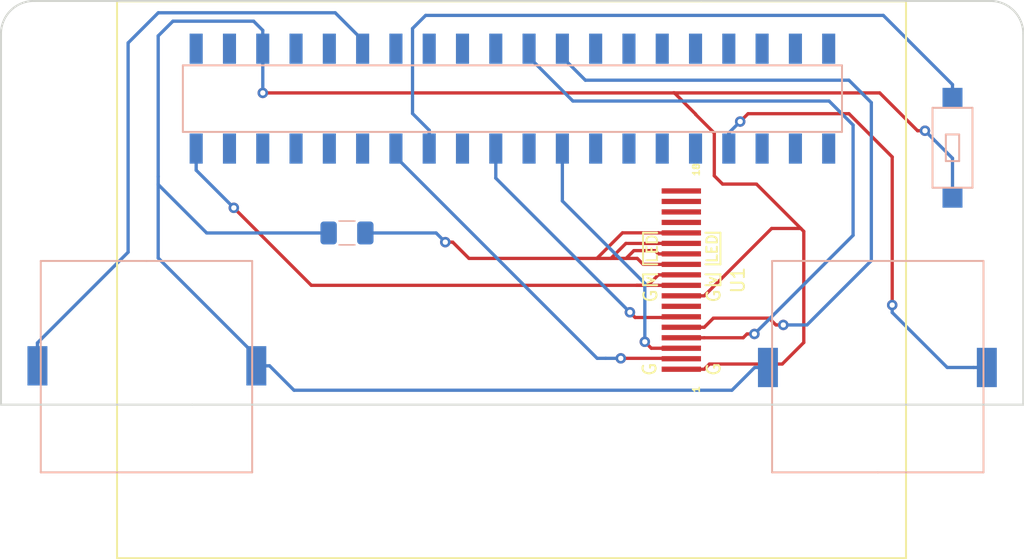
<source format=kicad_pcb>
(kicad_pcb (version 20171130) (host pcbnew 5.0.1+dfsg1-2~bpo9+1)

  (general
    (thickness 1.6)
    (drawings 7)
    (tracks 145)
    (zones 0)
    (modules 6)
    (nets 47)
  )

  (page A4)
  (layers
    (0 F.Cu signal)
    (31 B.Cu signal)
    (32 B.Adhes user)
    (33 F.Adhes user)
    (34 B.Paste user)
    (35 F.Paste user)
    (36 B.SilkS user)
    (37 F.SilkS user)
    (38 B.Mask user)
    (39 F.Mask user)
    (40 Dwgs.User user)
    (41 Cmts.User user)
    (42 Eco1.User user)
    (43 Eco2.User user)
    (44 Edge.Cuts user)
    (45 Margin user)
    (46 B.CrtYd user)
    (47 F.CrtYd user)
    (48 B.Fab user)
    (49 F.Fab user)
  )

  (setup
    (last_trace_width 0.25)
    (trace_clearance 0.2)
    (zone_clearance 0.508)
    (zone_45_only no)
    (trace_min 0.2)
    (segment_width 0.2)
    (edge_width 0.15)
    (via_size 0.8)
    (via_drill 0.4)
    (via_min_size 0.4)
    (via_min_drill 0.3)
    (uvia_size 0.3)
    (uvia_drill 0.1)
    (uvias_allowed no)
    (uvia_min_size 0.2)
    (uvia_min_drill 0.1)
    (pcb_text_width 0.3)
    (pcb_text_size 1.5 1.5)
    (mod_edge_width 0.15)
    (mod_text_size 1 1)
    (mod_text_width 0.15)
    (pad_size 1.524 1.524)
    (pad_drill 0.762)
    (pad_to_mask_clearance 0.2)
    (solder_mask_min_width 0.25)
    (aux_axis_origin 0 0)
    (visible_elements FFFFFF7F)
    (pcbplotparams
      (layerselection 0x010f0_ffffffff)
      (usegerberextensions false)
      (usegerberattributes false)
      (usegerberadvancedattributes false)
      (creategerberjobfile false)
      (excludeedgelayer true)
      (linewidth 0.100000)
      (plotframeref false)
      (viasonmask false)
      (mode 1)
      (useauxorigin false)
      (hpglpennumber 1)
      (hpglpenspeed 20)
      (hpglpendiameter 15.000000)
      (psnegative false)
      (psa4output false)
      (plotreference true)
      (plotvalue true)
      (plotinvisibletext false)
      (padsonsilk false)
      (subtractmaskfromsilk false)
      (outputformat 1)
      (mirror false)
      (drillshape 0)
      (scaleselection 1)
      (outputdirectory "gerbers/"))
  )

  (net 0 "")
  (net 1 "Net-(J1-Pad1)")
  (net 2 "Net-(J1-Pad2)")
  (net 3 "Net-(J1-Pad3)")
  (net 4 "Net-(J1-Pad4)")
  (net 5 "Net-(J1-Pad5)")
  (net 6 "Net-(J1-Pad6)")
  (net 7 "Net-(J1-Pad7)")
  (net 8 "Net-(J1-Pad8)")
  (net 9 "Net-(J1-Pad9)")
  (net 10 "Net-(J1-Pad10)")
  (net 11 "Net-(J1-Pad11)")
  (net 12 "Net-(J1-Pad12)")
  (net 13 "Net-(J1-Pad13)")
  (net 14 "Net-(J1-Pad14)")
  (net 15 "Net-(J1-Pad15)")
  (net 16 "Net-(J1-Pad16)")
  (net 17 "Net-(J1-Pad17)")
  (net 18 "Net-(J1-Pad18)")
  (net 19 "Net-(J1-Pad19)")
  (net 20 "Net-(J1-Pad20)")
  (net 21 "Net-(J1-Pad21)")
  (net 22 "Net-(J1-Pad22)")
  (net 23 "Net-(J1-Pad23)")
  (net 24 "Net-(J1-Pad24)")
  (net 25 "Net-(J1-Pad25)")
  (net 26 "Net-(J1-Pad26)")
  (net 27 "Net-(J1-Pad27)")
  (net 28 "Net-(J1-Pad28)")
  (net 29 "Net-(J1-Pad29)")
  (net 30 "Net-(J1-Pad30)")
  (net 31 "Net-(J1-Pad31)")
  (net 32 "Net-(J1-Pad32)")
  (net 33 "Net-(J1-Pad33)")
  (net 34 "Net-(J1-Pad34)")
  (net 35 "Net-(J1-Pad35)")
  (net 36 "Net-(J1-Pad36)")
  (net 37 "Net-(J1-Pad37)")
  (net 38 "Net-(J1-Pad38)")
  (net 39 "Net-(J1-Pad39)")
  (net 40 "Net-(J1-Pad40)")
  (net 41 "Net-(U1-Pad7)")
  (net 42 "Net-(U1-Pad15)")
  (net 43 "Net-(U1-Pad16)")
  (net 44 "Net-(U1-Pad17)")
  (net 45 "Net-(U1-Pad18)")
  (net 46 "Net-(R1-Pad1)")

  (net_class Default "This is the default net class."
    (clearance 0.2)
    (trace_width 0.25)
    (via_dia 0.8)
    (via_drill 0.4)
    (uvia_dia 0.3)
    (uvia_drill 0.1)
    (add_net "Net-(J1-Pad1)")
    (add_net "Net-(J1-Pad10)")
    (add_net "Net-(J1-Pad11)")
    (add_net "Net-(J1-Pad12)")
    (add_net "Net-(J1-Pad13)")
    (add_net "Net-(J1-Pad14)")
    (add_net "Net-(J1-Pad15)")
    (add_net "Net-(J1-Pad16)")
    (add_net "Net-(J1-Pad17)")
    (add_net "Net-(J1-Pad18)")
    (add_net "Net-(J1-Pad19)")
    (add_net "Net-(J1-Pad2)")
    (add_net "Net-(J1-Pad20)")
    (add_net "Net-(J1-Pad21)")
    (add_net "Net-(J1-Pad22)")
    (add_net "Net-(J1-Pad23)")
    (add_net "Net-(J1-Pad24)")
    (add_net "Net-(J1-Pad25)")
    (add_net "Net-(J1-Pad26)")
    (add_net "Net-(J1-Pad27)")
    (add_net "Net-(J1-Pad28)")
    (add_net "Net-(J1-Pad29)")
    (add_net "Net-(J1-Pad3)")
    (add_net "Net-(J1-Pad30)")
    (add_net "Net-(J1-Pad31)")
    (add_net "Net-(J1-Pad32)")
    (add_net "Net-(J1-Pad33)")
    (add_net "Net-(J1-Pad34)")
    (add_net "Net-(J1-Pad35)")
    (add_net "Net-(J1-Pad36)")
    (add_net "Net-(J1-Pad37)")
    (add_net "Net-(J1-Pad38)")
    (add_net "Net-(J1-Pad39)")
    (add_net "Net-(J1-Pad4)")
    (add_net "Net-(J1-Pad40)")
    (add_net "Net-(J1-Pad5)")
    (add_net "Net-(J1-Pad6)")
    (add_net "Net-(J1-Pad7)")
    (add_net "Net-(J1-Pad8)")
    (add_net "Net-(J1-Pad9)")
    (add_net "Net-(R1-Pad1)")
    (add_net "Net-(U1-Pad15)")
    (add_net "Net-(U1-Pad16)")
    (add_net "Net-(U1-Pad17)")
    (add_net "Net-(U1-Pad18)")
    (add_net "Net-(U1-Pad7)")
  )

  (module raspberry_pi_gpio_custom:raspberry_pi_gpio_smd_custom (layer B.Cu) (tedit 5BE31910) (tstamp 5BE1E553)
    (at 190.223121 64.55094)
    (path /5BCE2184)
    (attr smd)
    (fp_text reference J1 (at -0.254 -8.382) (layer B.SilkS) hide
      (effects (font (size 1 1) (thickness 0.15)) (justify mirror))
    )
    (fp_text value Raspberry_Pi_2_3 (at 0 10.922) (layer B.Fab) hide
      (effects (font (size 1 1) (thickness 0.15)) (justify mirror))
    )
    (fp_line (start -25.146 2.54) (end -25.146 -2.54) (layer B.SilkS) (width 0.15))
    (fp_line (start -25.146 -2.54) (end 25.146 -2.54) (layer B.SilkS) (width 0.15))
    (fp_line (start 25.146 -2.54) (end 25.146 2.54) (layer B.SilkS) (width 0.15))
    (fp_line (start 25.146 2.54) (end -25.146 2.54) (layer B.SilkS) (width 0.15))
    (pad 1 smd rect (at -24.13 3.81) (size 1 2.3) (layers B.Cu B.Paste B.Mask)
      (net 1 "Net-(J1-Pad1)"))
    (pad 2 smd rect (at -24.13 -3.81) (size 1 2.3) (layers B.Cu B.Paste B.Mask)
      (net 2 "Net-(J1-Pad2)"))
    (pad 3 smd rect (at -21.59 3.81) (size 1 2.3) (layers B.Cu B.Paste B.Mask)
      (net 3 "Net-(J1-Pad3)"))
    (pad 4 smd rect (at -21.59 -3.81) (size 1 2.3) (layers B.Cu B.Paste B.Mask)
      (net 4 "Net-(J1-Pad4)"))
    (pad 5 smd rect (at -19.05 3.81) (size 1 2.3) (layers B.Cu B.Paste B.Mask)
      (net 5 "Net-(J1-Pad5)"))
    (pad 6 smd rect (at -19.05 -3.81) (size 1 2.3) (layers B.Cu B.Paste B.Mask)
      (net 6 "Net-(J1-Pad6)"))
    (pad 7 smd rect (at -16.51 3.81) (size 1 2.3) (layers B.Cu B.Paste B.Mask)
      (net 7 "Net-(J1-Pad7)"))
    (pad 8 smd rect (at -16.51 -3.81) (size 1 2.3) (layers B.Cu B.Paste B.Mask)
      (net 8 "Net-(J1-Pad8)"))
    (pad 9 smd rect (at -13.97 3.81) (size 1 2.3) (layers B.Cu B.Paste B.Mask)
      (net 9 "Net-(J1-Pad9)"))
    (pad 10 smd rect (at -13.97 -3.81) (size 1 2.3) (layers B.Cu B.Paste B.Mask)
      (net 10 "Net-(J1-Pad10)"))
    (pad 11 smd rect (at -11.43 3.81) (size 1 2.3) (layers B.Cu B.Paste B.Mask)
      (net 11 "Net-(J1-Pad11)"))
    (pad 12 smd rect (at -11.43 -3.81) (size 1 2.3) (layers B.Cu B.Paste B.Mask)
      (net 12 "Net-(J1-Pad12)"))
    (pad 13 smd rect (at -8.89 3.81) (size 1 2.3) (layers B.Cu B.Paste B.Mask)
      (net 13 "Net-(J1-Pad13)"))
    (pad 14 smd rect (at -8.89 -3.81) (size 1 2.3) (layers B.Cu B.Paste B.Mask)
      (net 14 "Net-(J1-Pad14)"))
    (pad 15 smd rect (at -6.35 3.81) (size 1 2.3) (layers B.Cu B.Paste B.Mask)
      (net 15 "Net-(J1-Pad15)"))
    (pad 16 smd rect (at -6.35 -3.81) (size 1 2.3) (layers B.Cu B.Paste B.Mask)
      (net 16 "Net-(J1-Pad16)"))
    (pad 17 smd rect (at -3.81 3.81) (size 1 2.3) (layers B.Cu B.Paste B.Mask)
      (net 17 "Net-(J1-Pad17)"))
    (pad 18 smd rect (at -3.81 -3.81) (size 1 2.3) (layers B.Cu B.Paste B.Mask)
      (net 18 "Net-(J1-Pad18)"))
    (pad 19 smd rect (at -1.27 3.81) (size 1 2.3) (layers B.Cu B.Paste B.Mask)
      (net 19 "Net-(J1-Pad19)"))
    (pad 20 smd rect (at -1.27 -3.81) (size 1 2.3) (layers B.Cu B.Paste B.Mask)
      (net 20 "Net-(J1-Pad20)"))
    (pad 21 smd rect (at 1.27 3.81) (size 1 2.3) (layers B.Cu B.Paste B.Mask)
      (net 21 "Net-(J1-Pad21)"))
    (pad 22 smd rect (at 1.27 -3.81) (size 1 2.3) (layers B.Cu B.Paste B.Mask)
      (net 22 "Net-(J1-Pad22)"))
    (pad 23 smd rect (at 3.81 3.81) (size 1 2.3) (layers B.Cu B.Paste B.Mask)
      (net 23 "Net-(J1-Pad23)"))
    (pad 24 smd rect (at 3.81 -3.81) (size 1 2.3) (layers B.Cu B.Paste B.Mask)
      (net 24 "Net-(J1-Pad24)"))
    (pad 25 smd rect (at 6.35 3.81) (size 1 2.3) (layers B.Cu B.Paste B.Mask)
      (net 25 "Net-(J1-Pad25)"))
    (pad 26 smd rect (at 6.35 -3.81) (size 1 2.3) (layers B.Cu B.Paste B.Mask)
      (net 26 "Net-(J1-Pad26)"))
    (pad 27 smd rect (at 8.89 3.81) (size 1 2.3) (layers B.Cu B.Paste B.Mask)
      (net 27 "Net-(J1-Pad27)"))
    (pad 28 smd rect (at 8.89 -3.81) (size 1 2.3) (layers B.Cu B.Paste B.Mask)
      (net 28 "Net-(J1-Pad28)"))
    (pad 29 smd rect (at 11.43 3.81) (size 1 2.3) (layers B.Cu B.Paste B.Mask)
      (net 29 "Net-(J1-Pad29)"))
    (pad 30 smd rect (at 11.43 -3.81) (size 1 2.3) (layers B.Cu B.Paste B.Mask)
      (net 30 "Net-(J1-Pad30)"))
    (pad 31 smd rect (at 13.97 3.81) (size 1 2.3) (layers B.Cu B.Paste B.Mask)
      (net 31 "Net-(J1-Pad31)"))
    (pad 32 smd rect (at 13.97 -3.81) (size 1 2.3) (layers B.Cu B.Paste B.Mask)
      (net 32 "Net-(J1-Pad32)"))
    (pad 33 smd rect (at 16.51 3.81) (size 1 2.3) (layers B.Cu B.Paste B.Mask)
      (net 33 "Net-(J1-Pad33)"))
    (pad 34 smd rect (at 16.51 -3.81) (size 1 2.3) (layers B.Cu B.Paste B.Mask)
      (net 34 "Net-(J1-Pad34)"))
    (pad 35 smd rect (at 19.05 3.81) (size 1 2.3) (layers B.Cu B.Paste B.Mask)
      (net 35 "Net-(J1-Pad35)"))
    (pad 36 smd rect (at 19.05 -3.81) (size 1 2.3) (layers B.Cu B.Paste B.Mask)
      (net 36 "Net-(J1-Pad36)"))
    (pad 37 smd rect (at 21.59 3.81) (size 1 2.3) (layers B.Cu B.Paste B.Mask)
      (net 37 "Net-(J1-Pad37)"))
    (pad 38 smd rect (at 21.59 -3.81) (size 1 2.3) (layers B.Cu B.Paste B.Mask)
      (net 38 "Net-(J1-Pad38)"))
    (pad 39 smd rect (at 24.13 3.81) (size 1 2.3) (layers B.Cu B.Paste B.Mask)
      (net 39 "Net-(J1-Pad39)"))
    (pad 40 smd rect (at 24.13 -3.81) (size 1 2.3) (layers B.Cu B.Paste B.Mask)
      (net 40 "Net-(J1-Pad40)"))
  )

  (module screens:2.4_screen_ribbon_breakout (layer F.Cu) (tedit 5BE31A16) (tstamp 5BE1E7AC)
    (at 204.63256 78.40218 90)
    (path /5BCE207A)
    (fp_text reference U1 (at 0 2.794 90) (layer F.SilkS)
      (effects (font (size 1 1) (thickness 0.15)))
    )
    (fp_text value 2.4_screen_ribbon (at 0 -5.715 90) (layer F.Fab) hide
      (effects (font (size 1 1) (thickness 0.15)))
    )
    (fp_text user 1 (at -8.3312 -0.381 90) (layer F.SilkS)
      (effects (font (size 0.5 0.5) (thickness 0.125)))
    )
    (fp_text user 18 (at 8.4328 -0.381 90) (layer F.SilkS)
      (effects (font (size 0.5 0.5) (thickness 0.125)))
    )
    (fp_line (start 21.2725 0) (end 21.2725 -44.577) (layer F.SilkS) (width 0.15))
    (fp_line (start 21.2725 0) (end 21.2725 15.621) (layer F.SilkS) (width 0.15))
    (fp_line (start 21.2725 15.621) (end -21.209 15.621) (layer F.SilkS) (width 0.15))
    (fp_line (start -21.209 15.621) (end -21.209 -44.577) (layer F.SilkS) (width 0.15))
    (fp_line (start -21.209 -44.577) (end -0.127 -44.577) (layer F.SilkS) (width 0.15))
    (fp_line (start 21.2725 -44.577) (end -0.127 -44.577) (layer F.SilkS) (width 0.15))
    (fp_line (start 0.4445 0.3175) (end 0.4445 1.4605) (layer F.SilkS) (width 0.15))
    (fp_line (start 0.4445 1.4605) (end -0.381 1.4605) (layer F.SilkS) (width 0.15))
    (fp_line (start -0.381 1.4605) (end -0.381 0.3175) (layer F.SilkS) (width 0.15))
    (fp_line (start 1.2065 -3.3655) (end 1.2065 -4.445) (layer F.SilkS) (width 0.15))
    (fp_line (start 0.4445 -4.445) (end -0.381 -4.445) (layer F.SilkS) (width 0.15))
    (fp_line (start 0.4445 -3.3655) (end 0.4445 -4.445) (layer F.SilkS) (width 0.15))
    (fp_line (start -0.381 -4.445) (end -0.381 -3.3655) (layer F.SilkS) (width 0.15))
    (fp_line (start 3.6195 -3.3655) (end 3.6195 -4.445) (layer F.SilkS) (width 0.15))
    (fp_line (start 3.6195 -4.445) (end 1.2065 -4.445) (layer F.SilkS) (width 0.15))
    (fp_text user v (at 0 -3.937 270) (layer F.SilkS)
      (effects (font (size 0.8 0.8) (thickness 0.15)))
    )
    (fp_text user LED (at 2.413 -3.7465 270) (layer F.SilkS)
      (effects (font (size 0.8 0.8) (thickness 0.15)))
    )
    (fp_text user LED (at 2.413 0.8255 90) (layer F.SilkS)
      (effects (font (size 0.8 0.8) (thickness 0.15)))
    )
    (fp_text user v (at 0 0.8255 90) (layer F.SilkS)
      (effects (font (size 0.8 0.8) (thickness 0.15)))
    )
    (fp_text user G (at -1.2065 -3.8735 90) (layer F.SilkS)
      (effects (font (size 1 1) (thickness 0.15)))
    )
    (fp_text user G (at -1.2065 0.9525 90) (layer F.SilkS)
      (effects (font (size 1 1) (thickness 0.15)))
    )
    (fp_text user G (at -6.7945 -3.937 90) (layer F.SilkS)
      (effects (font (size 1 1) (thickness 0.15)))
    )
    (fp_text user G (at -6.7945 0.9525 90) (layer F.SilkS)
      (effects (font (size 1 1) (thickness 0.15)))
    )
    (fp_line (start 1.2065 0.3175) (end 1.2065 1.4605) (layer F.SilkS) (width 0.15))
    (fp_line (start 1.2065 1.4605) (end 3.6195 1.4605) (layer F.SilkS) (width 0.15))
    (fp_line (start 3.6195 1.4605) (end 3.6195 0.3175) (layer F.SilkS) (width 0.15))
    (pad 1 smd rect (at -6.7945 -1.524 90) (size 0.4 3) (layers F.Cu F.Paste F.Mask)
      (net 6 "Net-(J1-Pad6)"))
    (pad 2 smd rect (at -5.9944 -1.524 90) (size 0.4 3) (layers F.Cu F.Paste F.Mask)
      (net 13 "Net-(J1-Pad13)"))
    (pad 3 smd rect (at -5.1943 -1.524 90) (size 0.4 3) (layers F.Cu F.Paste F.Mask)
      (net 23 "Net-(J1-Pad23)"))
    (pad 4 smd rect (at -4.3942 -1.524 90) (size 0.4 3) (layers F.Cu F.Paste F.Mask)
      (net 22 "Net-(J1-Pad22)"))
    (pad 5 smd rect (at -3.5941 -1.524 90) (size 0.4 3) (layers F.Cu F.Paste F.Mask)
      (net 24 "Net-(J1-Pad24)"))
    (pad 6 smd rect (at -2.794 -1.524 90) (size 0.4 3) (layers F.Cu F.Paste F.Mask)
      (net 19 "Net-(J1-Pad19)"))
    (pad 7 smd rect (at -1.9939 -1.524 90) (size 0.4 3) (layers F.Cu F.Paste F.Mask)
      (net 41 "Net-(U1-Pad7)"))
    (pad 8 smd rect (at -1.1938 -1.524 90) (size 0.4 3) (layers F.Cu F.Paste F.Mask)
      (net 6 "Net-(J1-Pad6)"))
    (pad 9 smd rect (at -0.3937 -1.524 90) (size 0.4 3) (layers F.Cu F.Paste F.Mask)
      (net 1 "Net-(J1-Pad1)"))
    (pad 10 smd rect (at 0.4064 -1.524 90) (size 0.4 3) (layers F.Cu F.Paste F.Mask)
      (net 1 "Net-(J1-Pad1)"))
    (pad 11 smd rect (at 1.2065 -1.524 90) (size 0.4 3) (layers F.Cu F.Paste F.Mask)
      (net 46 "Net-(R1-Pad1)"))
    (pad 12 smd rect (at 2.0066 -1.524 90) (size 0.4 3) (layers F.Cu F.Paste F.Mask)
      (net 46 "Net-(R1-Pad1)"))
    (pad 13 smd rect (at 2.8067 -1.524 90) (size 0.4 3) (layers F.Cu F.Paste F.Mask)
      (net 46 "Net-(R1-Pad1)"))
    (pad 14 smd rect (at 3.6068 -1.524 90) (size 0.4 3) (layers F.Cu F.Paste F.Mask)
      (net 46 "Net-(R1-Pad1)"))
    (pad 15 smd rect (at 4.4069 -1.524 90) (size 0.4 3) (layers F.Cu F.Paste F.Mask)
      (net 42 "Net-(U1-Pad15)"))
    (pad 16 smd rect (at 5.207 -1.524 90) (size 0.4 3) (layers F.Cu F.Paste F.Mask)
      (net 43 "Net-(U1-Pad16)"))
    (pad 17 smd rect (at 6.0071 -1.524 90) (size 0.4 3) (layers F.Cu F.Paste F.Mask)
      (net 44 "Net-(U1-Pad17)"))
    (pad 18 smd rect (at 6.8072 -1.524 90) (size 0.4 3) (layers F.Cu F.Paste F.Mask)
      (net 45 "Net-(U1-Pad18)"))
  )

  (module speakers:piezo_smd (layer B.Cu) (tedit 5BE31918) (tstamp 5BE30CDB)
    (at 162.3 85 180)
    (path /5BCE351E)
    (attr smd)
    (fp_text reference LS2 (at 0 -1.905 180) (layer B.SilkS) hide
      (effects (font (size 1 1) (thickness 0.15)) (justify mirror))
    )
    (fp_text value Speaker (at 0 2.6035 180) (layer B.Fab) hide
      (effects (font (size 1 1) (thickness 0.15)) (justify mirror))
    )
    (fp_line (start -8.0645 8.0645) (end 0 8.0645) (layer B.SilkS) (width 0.15))
    (fp_line (start -8.0645 -8.0645) (end -8.0645 8.0645) (layer B.SilkS) (width 0.15))
    (fp_line (start 8.0645 -8.0645) (end -8.0645 -8.0645) (layer B.SilkS) (width 0.15))
    (fp_line (start 8.0645 8.0645) (end 8.0645 -8.0645) (layer B.SilkS) (width 0.15))
    (fp_line (start 0 8.0645) (end 8.0645 8.0645) (layer B.SilkS) (width 0.15))
    (pad 2 smd rect (at -8.382 0.0635 180) (size 1.524 3) (layers B.Cu B.Paste B.Mask)
      (net 6 "Net-(J1-Pad6)"))
    (pad 1 smd rect (at 8.3185 0.0635 180) (size 1.524 3) (layers B.Cu B.Paste B.Mask)
      (net 12 "Net-(J1-Pad12)"))
  )

  (module speakers:piezo_smd (layer B.Cu) (tedit 5BE31927) (tstamp 5BE30C81)
    (at 218.1 85)
    (path /5BCE34D1)
    (attr smd)
    (fp_text reference LS1 (at 0 -1.905) (layer B.SilkS) hide
      (effects (font (size 1 1) (thickness 0.15)) (justify mirror))
    )
    (fp_text value Speaker (at 0 2.6035) (layer B.Fab) hide
      (effects (font (size 1 1) (thickness 0.15)) (justify mirror))
    )
    (fp_line (start 0 8.0645) (end 8.0645 8.0645) (layer B.SilkS) (width 0.15))
    (fp_line (start 8.0645 8.0645) (end 8.0645 -8.0645) (layer B.SilkS) (width 0.15))
    (fp_line (start 8.0645 -8.0645) (end -8.0645 -8.0645) (layer B.SilkS) (width 0.15))
    (fp_line (start -8.0645 -8.0645) (end -8.0645 8.0645) (layer B.SilkS) (width 0.15))
    (fp_line (start -8.0645 8.0645) (end 0 8.0645) (layer B.SilkS) (width 0.15))
    (pad 1 smd rect (at 8.3185 0.0635) (size 1.524 3) (layers B.Cu B.Paste B.Mask)
      (net 33 "Net-(J1-Pad33)"))
    (pad 2 smd rect (at -8.382 0.0635) (size 1.524 3) (layers B.Cu B.Paste B.Mask)
      (net 6 "Net-(J1-Pad6)"))
  )

  (module Resistor_SMD:R_1206_3216Metric (layer B.Cu) (tedit 5BE31939) (tstamp 5BE1EBA6)
    (at 177.6 74.8 180)
    (descr "Resistor SMD 1206 (3216 Metric), square (rectangular) end terminal, IPC_7351 nominal, (Body size source: http://www.tortai-tech.com/upload/download/2011102023233369053.pdf), generated with kicad-footprint-generator")
    (tags resistor)
    (path /5BD5E0D9)
    (attr smd)
    (fp_text reference R1 (at 0 1.82 180) (layer B.SilkS) hide
      (effects (font (size 1 1) (thickness 0.15)) (justify mirror))
    )
    (fp_text value R (at 0 -1.82 180) (layer B.Fab) hide
      (effects (font (size 1 1) (thickness 0.15)) (justify mirror))
    )
    (fp_line (start -1.6 -0.8) (end -1.6 0.8) (layer B.Fab) (width 0.1))
    (fp_line (start -1.6 0.8) (end 1.6 0.8) (layer B.Fab) (width 0.1))
    (fp_line (start 1.6 0.8) (end 1.6 -0.8) (layer B.Fab) (width 0.1))
    (fp_line (start 1.6 -0.8) (end -1.6 -0.8) (layer B.Fab) (width 0.1))
    (fp_line (start -0.602064 0.91) (end 0.602064 0.91) (layer B.SilkS) (width 0.12))
    (fp_line (start -0.602064 -0.91) (end 0.602064 -0.91) (layer B.SilkS) (width 0.12))
    (fp_line (start -2.28 -1.12) (end -2.28 1.12) (layer B.CrtYd) (width 0.05))
    (fp_line (start -2.28 1.12) (end 2.28 1.12) (layer B.CrtYd) (width 0.05))
    (fp_line (start 2.28 1.12) (end 2.28 -1.12) (layer B.CrtYd) (width 0.05))
    (fp_line (start 2.28 -1.12) (end -2.28 -1.12) (layer B.CrtYd) (width 0.05))
    (fp_text user %R (at 0 0) (layer B.Fab) hide
      (effects (font (size 0.8 0.8) (thickness 0.12)) (justify mirror))
    )
    (pad 1 smd roundrect (at -1.4 0 180) (size 1.25 1.75) (layers B.Cu B.Paste B.Mask) (roundrect_rratio 0.2)
      (net 46 "Net-(R1-Pad1)"))
    (pad 2 smd roundrect (at 1.4 0 180) (size 1.25 1.75) (layers B.Cu B.Paste B.Mask) (roundrect_rratio 0.2)
      (net 6 "Net-(J1-Pad6)"))
    (model ${KISYS3DMOD}/Resistor_SMD.3dshapes/R_1206_3216Metric.wrl
      (at (xyz 0 0 0))
      (scale (xyz 1 1 1))
      (rotate (xyz 0 0 0))
    )
  )

  (module buttons_custom:SMD_2pin_button_custom (layer B.Cu) (tedit 5BE3190A) (tstamp 5BE30AC2)
    (at 223.8 68.3 270)
    (path /5BD6280B)
    (attr smd)
    (fp_text reference SW1 (at 0 -2.794 270) (layer B.SilkS) hide
      (effects (font (size 1 1) (thickness 0.15)) (justify mirror))
    )
    (fp_text value SW_Push (at 0 2.794 270) (layer B.Fab) hide
      (effects (font (size 1 1) (thickness 0.15)) (justify mirror))
    )
    (fp_line (start -3.048 1.524) (end 3.048 1.524) (layer B.SilkS) (width 0.15))
    (fp_line (start 3.048 1.524) (end 3.048 -1.524) (layer B.SilkS) (width 0.15))
    (fp_line (start 3.048 -1.524) (end -3.048 -1.524) (layer B.SilkS) (width 0.15))
    (fp_line (start -3.048 -1.524) (end -3.048 1.524) (layer B.SilkS) (width 0.15))
    (fp_line (start -1.016 0.508) (end 1.016 0.508) (layer B.SilkS) (width 0.15))
    (fp_line (start 1.016 0.508) (end 1.016 -0.508) (layer B.SilkS) (width 0.15))
    (fp_line (start 1.016 -0.508) (end -1.016 -0.508) (layer B.SilkS) (width 0.15))
    (fp_line (start -1.016 -0.508) (end -1.016 0.508) (layer B.SilkS) (width 0.15))
    (pad 1 smd rect (at 3.81 0 270) (size 1.524 1.524) (layers B.Cu B.Paste B.Mask)
      (net 6 "Net-(J1-Pad6)"))
    (pad 2 smd rect (at -3.81 0 270) (size 1.524 1.524) (layers B.Cu B.Paste B.Mask)
      (net 15 "Net-(J1-Pad15)"))
  )

  (gr_line (start 151.2 59.6) (end 151.2 87.9) (layer Edge.Cuts) (width 0.15))
  (gr_line (start 226.7 57.1) (end 153.7 57.1) (layer Edge.Cuts) (width 0.15))
  (gr_line (start 229.2 59.6) (end 229.2 87.9) (layer Edge.Cuts) (width 0.15))
  (gr_arc (start 226.7 59.6) (end 229.2 59.6) (angle -90) (layer Edge.Cuts) (width 0.15))
  (gr_arc (start 153.7 59.6) (end 153.7 57.1) (angle -90) (layer Edge.Cuts) (width 0.15))
  (gr_line (start 229.2 87.9) (end 165.8 87.9) (layer Edge.Cuts) (width 0.15))
  (gr_line (start 165.8 87.9) (end 151.2 87.9) (layer Edge.Cuts) (width 0.15))

  (segment (start 201.35856 78.79588) (end 203.10856 78.79588) (width 0.25) (layer F.Cu) (net 1))
  (segment (start 201.35856 77.99578) (end 200.55846 78.79588) (width 0.25) (layer F.Cu) (net 1))
  (segment (start 203.10856 77.99578) (end 201.35856 77.99578) (width 0.25) (layer F.Cu) (net 1))
  (segment (start 200.55846 78.79588) (end 199.71258 78.79588) (width 0.25) (layer F.Cu) (net 1))
  (segment (start 199.71258 78.79588) (end 201.35856 78.79588) (width 0.25) (layer F.Cu) (net 1))
  (via (at 168.96588 72.88276) (size 0.8) (drill 0.4) (layers F.Cu B.Cu) (net 1))
  (segment (start 166.093121 70.010001) (end 168.96588 72.88276) (width 0.25) (layer B.Cu) (net 1))
  (segment (start 166.093121 68.36094) (end 166.093121 70.010001) (width 0.25) (layer B.Cu) (net 1))
  (segment (start 174.879 78.79588) (end 199.71258 78.79588) (width 0.25) (layer F.Cu) (net 1))
  (segment (start 168.96588 72.88276) (end 174.879 78.79588) (width 0.25) (layer F.Cu) (net 1))
  (segment (start 171.173121 59.34094) (end 170.473161 58.64098) (width 0.25) (layer B.Cu) (net 6))
  (segment (start 171.173121 60.74094) (end 171.173121 59.34094) (width 0.25) (layer B.Cu) (net 6))
  (segment (start 170.473161 58.64098) (end 164.31768 58.64098) (width 0.25) (layer B.Cu) (net 6))
  (segment (start 164.31768 58.64098) (end 163.195 59.76366) (width 0.25) (layer B.Cu) (net 6))
  (segment (start 204.85856 85.19668) (end 205.2548 84.80044) (width 0.25) (layer F.Cu) (net 6))
  (segment (start 203.10856 85.19668) (end 204.85856 85.19668) (width 0.25) (layer F.Cu) (net 6))
  (segment (start 205.2548 84.80044) (end 210.80984 84.80044) (width 0.25) (layer F.Cu) (net 6))
  (segment (start 210.80984 84.80044) (end 212.45322 83.15706) (width 0.25) (layer F.Cu) (net 6))
  (segment (start 212.45322 83.15706) (end 212.45322 74.68108) (width 0.25) (layer F.Cu) (net 6))
  (segment (start 208.842119 71.069979) (end 206.256399 71.069979) (width 0.25) (layer F.Cu) (net 6))
  (segment (start 206.256399 71.069979) (end 205.6257 70.43928) (width 0.25) (layer F.Cu) (net 6))
  (segment (start 205.6257 70.43928) (end 205.6257 67.18046) (width 0.25) (layer F.Cu) (net 6))
  (segment (start 205.6257 67.18046) (end 204.20076 65.75552) (width 0.25) (layer F.Cu) (net 6))
  (via (at 171.17568 64.11468) (size 0.8) (drill 0.4) (layers F.Cu B.Cu) (net 6))
  (segment (start 171.17568 60.743499) (end 171.173121 60.74094) (width 0.25) (layer B.Cu) (net 6))
  (segment (start 171.17568 64.11468) (end 171.17568 60.743499) (width 0.25) (layer B.Cu) (net 6))
  (segment (start 209.99698 74.45756) (end 212.2297 74.45756) (width 0.25) (layer F.Cu) (net 6))
  (segment (start 204.85856 79.59598) (end 209.99698 74.45756) (width 0.25) (layer F.Cu) (net 6))
  (segment (start 203.10856 79.59598) (end 204.85856 79.59598) (width 0.25) (layer F.Cu) (net 6))
  (segment (start 212.45322 74.68108) (end 212.2297 74.45756) (width 0.25) (layer F.Cu) (net 6))
  (segment (start 212.2297 74.45756) (end 208.842119 71.069979) (width 0.25) (layer F.Cu) (net 6))
  (segment (start 204.20076 65.75552) (end 204.20076 65.73266) (width 0.25) (layer F.Cu) (net 6))
  (segment (start 204.20076 65.73266) (end 202.58278 64.11468) (width 0.25) (layer F.Cu) (net 6))
  (segment (start 163.195 59.76366) (end 163.195 70.49516) (width 0.25) (layer B.Cu) (net 6))
  (segment (start 163.195 70.49516) (end 163.195 71.10176) (width 0.25) (layer B.Cu) (net 6))
  (segment (start 208.706 85.0635) (end 206.9695 86.8) (width 0.25) (layer B.Cu) (net 6))
  (segment (start 209.718 85.0635) (end 208.706 85.0635) (width 0.25) (layer B.Cu) (net 6))
  (segment (start 171.694 84.9365) (end 170.682 84.9365) (width 0.25) (layer B.Cu) (net 6))
  (segment (start 173.5575 86.8) (end 171.694 84.9365) (width 0.25) (layer B.Cu) (net 6))
  (segment (start 206.9695 86.8) (end 173.5575 86.8) (width 0.25) (layer B.Cu) (net 6))
  (segment (start 170.682 84.1985) (end 170.682 84.9365) (width 0.25) (layer B.Cu) (net 6))
  (segment (start 163.195 76.7115) (end 170.682 84.1985) (width 0.25) (layer B.Cu) (net 6))
  (segment (start 163.195 71.10176) (end 163.195 76.7115) (width 0.25) (layer B.Cu) (net 6))
  (via (at 221.7 67) (size 0.8) (drill 0.4) (layers F.Cu B.Cu) (net 6))
  (segment (start 223.8 69.1) (end 221.7 67) (width 0.25) (layer B.Cu) (net 6))
  (segment (start 223.8 72.11) (end 223.8 69.1) (width 0.25) (layer B.Cu) (net 6))
  (segment (start 218.248995 64.11468) (end 202.5 64.11468) (width 0.25) (layer F.Cu) (net 6))
  (segment (start 221.134315 67) (end 218.248995 64.11468) (width 0.25) (layer F.Cu) (net 6))
  (segment (start 221.7 67) (end 221.134315 67) (width 0.25) (layer F.Cu) (net 6))
  (segment (start 202.58278 64.11468) (end 202.5 64.11468) (width 0.25) (layer F.Cu) (net 6))
  (segment (start 202.5 64.11468) (end 171.17568 64.11468) (width 0.25) (layer F.Cu) (net 6))
  (segment (start 166.89324 74.8) (end 163.195 71.10176) (width 0.25) (layer B.Cu) (net 6))
  (segment (start 176.2 74.8) (end 166.89324 74.8) (width 0.25) (layer B.Cu) (net 6))
  (segment (start 153.9815 83.1865) (end 160.9 76.268) (width 0.25) (layer B.Cu) (net 12))
  (segment (start 153.9815 84.9365) (end 153.9815 83.1865) (width 0.25) (layer B.Cu) (net 12))
  (segment (start 160.9 76.268) (end 160.9 60.3) (width 0.25) (layer B.Cu) (net 12))
  (segment (start 160.9 60.3) (end 163.2 58) (width 0.25) (layer B.Cu) (net 12))
  (segment (start 178.793121 60.09094) (end 178.793121 60.74094) (width 0.25) (layer B.Cu) (net 12))
  (segment (start 176.702181 58) (end 178.793121 60.09094) (width 0.25) (layer B.Cu) (net 12))
  (segment (start 163.2 58) (end 176.702181 58) (width 0.25) (layer B.Cu) (net 12))
  (via (at 198.49084 84.3661) (size 0.8) (drill 0.4) (layers F.Cu B.Cu) (net 13))
  (segment (start 181.333121 68.36094) (end 181.333121 69.01094) (width 0.25) (layer B.Cu) (net 13))
  (segment (start 181.333121 69.01094) (end 196.688281 84.3661) (width 0.25) (layer B.Cu) (net 13))
  (segment (start 196.688281 84.3661) (end 197.338281 84.3661) (width 0.25) (layer B.Cu) (net 13))
  (segment (start 197.338281 84.3661) (end 198.49084 84.3661) (width 0.25) (layer B.Cu) (net 13))
  (segment (start 203.07808 84.3661) (end 203.10856 84.39658) (width 0.25) (layer F.Cu) (net 13))
  (segment (start 198.49084 84.3661) (end 203.07808 84.3661) (width 0.25) (layer F.Cu) (net 13))
  (segment (start 223.8 63.478) (end 218.522 58.2) (width 0.25) (layer B.Cu) (net 15))
  (segment (start 223.8 64.49) (end 223.8 63.478) (width 0.25) (layer B.Cu) (net 15))
  (segment (start 218.522 58.2) (end 183.6 58.2) (width 0.25) (layer B.Cu) (net 15))
  (segment (start 183.6 58.2) (end 182.6 59.2) (width 0.25) (layer B.Cu) (net 15))
  (segment (start 183.873121 66.96094) (end 183.873121 68.36094) (width 0.25) (layer B.Cu) (net 15))
  (segment (start 182.6 65.687819) (end 183.873121 66.96094) (width 0.25) (layer B.Cu) (net 15))
  (segment (start 182.6 59.2) (end 182.6 65.687819) (width 0.25) (layer B.Cu) (net 15))
  (via (at 199.1868 80.85074) (size 0.8) (drill 0.4) (layers F.Cu B.Cu) (net 19))
  (segment (start 188.953121 70.617061) (end 199.1868 80.85074) (width 0.25) (layer B.Cu) (net 19))
  (segment (start 188.953121 68.36094) (end 188.953121 70.617061) (width 0.25) (layer B.Cu) (net 19))
  (segment (start 203.054001 81.250739) (end 203.10856 81.19618) (width 0.25) (layer F.Cu) (net 19))
  (segment (start 199.586799 81.250739) (end 203.054001 81.250739) (width 0.25) (layer F.Cu) (net 19))
  (segment (start 199.1868 80.85074) (end 199.586799 81.250739) (width 0.25) (layer F.Cu) (net 19))
  (segment (start 191.493121 61.39094) (end 194.836621 64.73444) (width 0.25) (layer B.Cu) (net 22))
  (segment (start 191.493121 60.74094) (end 191.493121 61.39094) (width 0.25) (layer B.Cu) (net 22))
  (segment (start 194.836621 64.73444) (end 214.38362 64.73444) (width 0.25) (layer B.Cu) (net 22))
  (segment (start 214.38362 64.73444) (end 216.21496 66.56578) (width 0.25) (layer B.Cu) (net 22))
  (via (at 208.6864 82.50682) (size 0.8) (drill 0.4) (layers F.Cu B.Cu) (net 22))
  (segment (start 216.21496 74.97826) (end 208.6864 82.50682) (width 0.25) (layer B.Cu) (net 22))
  (segment (start 216.21496 66.56578) (end 216.21496 74.97826) (width 0.25) (layer B.Cu) (net 22))
  (segment (start 204.85856 82.79638) (end 203.10856 82.79638) (width 0.25) (layer F.Cu) (net 22))
  (segment (start 207.831155 82.79638) (end 204.85856 82.79638) (width 0.25) (layer F.Cu) (net 22))
  (segment (start 208.120715 82.50682) (end 207.831155 82.79638) (width 0.25) (layer F.Cu) (net 22))
  (segment (start 208.6864 82.50682) (end 208.120715 82.50682) (width 0.25) (layer F.Cu) (net 22))
  (segment (start 194.033121 68.36094) (end 194.033121 72.359501) (width 0.25) (layer B.Cu) (net 23))
  (via (at 200.32472 83.10372) (size 0.8) (drill 0.4) (layers F.Cu B.Cu) (net 23))
  (segment (start 200.32472 78.6511) (end 200.32472 83.10372) (width 0.25) (layer B.Cu) (net 23))
  (segment (start 194.033121 72.359501) (end 200.32472 78.6511) (width 0.25) (layer B.Cu) (net 23))
  (segment (start 200.81748 83.59648) (end 203.10856 83.59648) (width 0.25) (layer F.Cu) (net 23))
  (segment (start 200.32472 83.10372) (end 200.81748 83.59648) (width 0.25) (layer F.Cu) (net 23))
  (segment (start 194.033121 61.39094) (end 195.786581 63.1444) (width 0.25) (layer B.Cu) (net 24))
  (segment (start 194.033121 60.74094) (end 194.033121 61.39094) (width 0.25) (layer B.Cu) (net 24))
  (segment (start 195.786581 63.1444) (end 215.89746 63.1444) (width 0.25) (layer B.Cu) (net 24))
  (segment (start 215.89746 63.1444) (end 217.60688 64.85382) (width 0.25) (layer B.Cu) (net 24))
  (segment (start 217.60688 64.85382) (end 217.60688 76.90866) (width 0.25) (layer B.Cu) (net 24))
  (via (at 210.89112 81.81848) (size 0.8) (drill 0.4) (layers F.Cu B.Cu) (net 24))
  (segment (start 212.69706 81.81848) (end 210.89112 81.81848) (width 0.25) (layer B.Cu) (net 24))
  (segment (start 217.60688 76.90866) (end 212.69706 81.81848) (width 0.25) (layer B.Cu) (net 24))
  (segment (start 210.325435 81.81848) (end 209.804735 81.29778) (width 0.25) (layer F.Cu) (net 24))
  (segment (start 210.89112 81.81848) (end 210.325435 81.81848) (width 0.25) (layer F.Cu) (net 24))
  (segment (start 204.85856 81.99628) (end 203.10856 81.99628) (width 0.25) (layer F.Cu) (net 24))
  (segment (start 205.55706 81.29778) (end 204.85856 81.99628) (width 0.25) (layer F.Cu) (net 24))
  (segment (start 209.804735 81.29778) (end 205.55706 81.29778) (width 0.25) (layer F.Cu) (net 24))
  (via (at 207.6 66.3) (size 0.8) (drill 0.4) (layers F.Cu B.Cu) (net 33))
  (segment (start 206.733121 67.166879) (end 207.6 66.3) (width 0.25) (layer B.Cu) (net 33))
  (segment (start 206.733121 68.36094) (end 206.733121 67.166879) (width 0.25) (layer B.Cu) (net 33))
  (segment (start 207.6 66.3) (end 208.2 65.7) (width 0.25) (layer F.Cu) (net 33))
  (segment (start 208.2 65.7) (end 215.9 65.7) (width 0.25) (layer F.Cu) (net 33))
  (via (at 219.2 80.3) (size 0.8) (drill 0.4) (layers F.Cu B.Cu) (net 33))
  (segment (start 219.2 69) (end 219.2 80.3) (width 0.25) (layer F.Cu) (net 33))
  (segment (start 215.9 65.7) (end 219.2 69) (width 0.25) (layer F.Cu) (net 33))
  (segment (start 225.4065 85.0635) (end 226.4185 85.0635) (width 0.25) (layer B.Cu) (net 33))
  (segment (start 219.2 80.865685) (end 223.397815 85.0635) (width 0.25) (layer B.Cu) (net 33))
  (segment (start 223.397815 85.0635) (end 225.4065 85.0635) (width 0.25) (layer B.Cu) (net 33))
  (segment (start 219.2 80.3) (end 219.2 80.865685) (width 0.25) (layer B.Cu) (net 33))
  (segment (start 200.2028 77.19568) (end 203.10856 77.19568) (width 0.25) (layer F.Cu) (net 46))
  (segment (start 199.749359 76.742239) (end 200.2028 77.19568) (width 0.25) (layer F.Cu) (net 46))
  (segment (start 201.35856 76.39558) (end 201.10964 76.14666) (width 0.25) (layer F.Cu) (net 46))
  (segment (start 203.10856 76.39558) (end 201.35856 76.39558) (width 0.25) (layer F.Cu) (net 46))
  (segment (start 201.10964 76.14666) (end 199.490279 76.14666) (width 0.25) (layer F.Cu) (net 46))
  (segment (start 199.490279 76.14666) (end 198.8947 76.742239) (width 0.25) (layer F.Cu) (net 46))
  (segment (start 198.8947 76.742239) (end 199.749359 76.742239) (width 0.25) (layer F.Cu) (net 46))
  (segment (start 201.35856 75.59548) (end 201.35602 75.59802) (width 0.25) (layer F.Cu) (net 46))
  (segment (start 203.10856 75.59548) (end 201.35856 75.59548) (width 0.25) (layer F.Cu) (net 46))
  (segment (start 201.35602 75.59802) (end 198.878139 75.59802) (width 0.25) (layer F.Cu) (net 46))
  (segment (start 197.73392 76.742239) (end 198.8947 76.742239) (width 0.25) (layer F.Cu) (net 46))
  (segment (start 198.878139 75.59802) (end 197.73392 76.742239) (width 0.25) (layer F.Cu) (net 46))
  (segment (start 201.35856 74.79538) (end 201.35348 74.7903) (width 0.25) (layer F.Cu) (net 46))
  (segment (start 203.10856 74.79538) (end 201.35856 74.79538) (width 0.25) (layer F.Cu) (net 46))
  (segment (start 198.619059 74.7903) (end 196.66712 76.742239) (width 0.25) (layer F.Cu) (net 46))
  (segment (start 196.66712 76.742239) (end 197.73392 76.742239) (width 0.25) (layer F.Cu) (net 46))
  (segment (start 201.35348 74.7903) (end 198.619059 74.7903) (width 0.25) (layer F.Cu) (net 46))
  (via (at 185.1 75.5) (size 0.8) (drill 0.4) (layers F.Cu B.Cu) (net 46))
  (segment (start 184.4 74.8) (end 185.1 75.5) (width 0.25) (layer B.Cu) (net 46))
  (segment (start 179 74.8) (end 184.4 74.8) (width 0.25) (layer B.Cu) (net 46))
  (segment (start 186.907924 76.742239) (end 196.66712 76.742239) (width 0.25) (layer F.Cu) (net 46))
  (segment (start 185.665685 75.5) (end 186.907924 76.742239) (width 0.25) (layer F.Cu) (net 46))
  (segment (start 185.1 75.5) (end 185.665685 75.5) (width 0.25) (layer F.Cu) (net 46))

)

</source>
